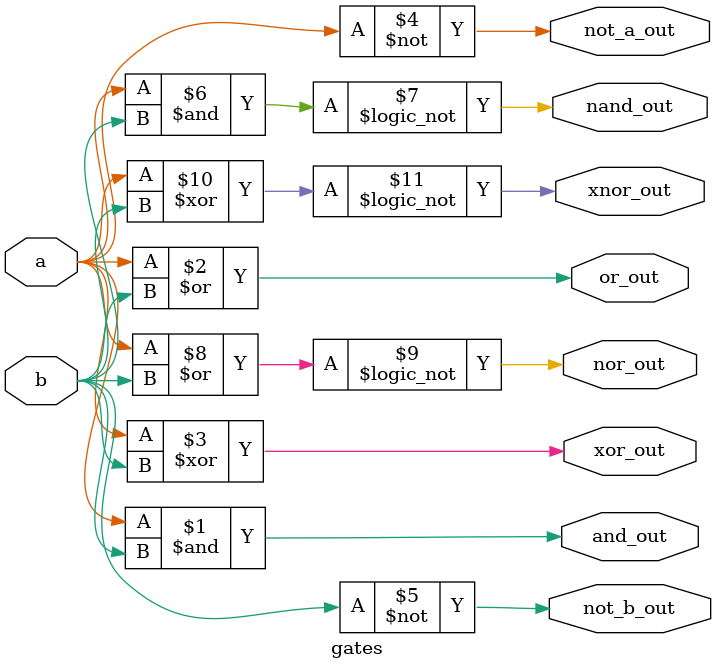
<source format=sv>
module gates (
    input logic a,
    input logic b,
    output logic and_out,
    output logic or_out,
    output logic not_a_out,
    output logic not_b_out,
    output logic xor_out,
    output logic nand_out,
    output logic nor_out,
    output logic xnor_out
);

    assign and_out = a & b;
    assign or_out = a | b;
    assign xor_out = a ^ b;
    assign not_a_out = ~a;
    assign not_b_out = ~b;
    assign nand_out = !(a & b);
    assign nor_out = !(a | b);
    assign xnor_out = !(a ^ b);

endmodule : gates
</source>
